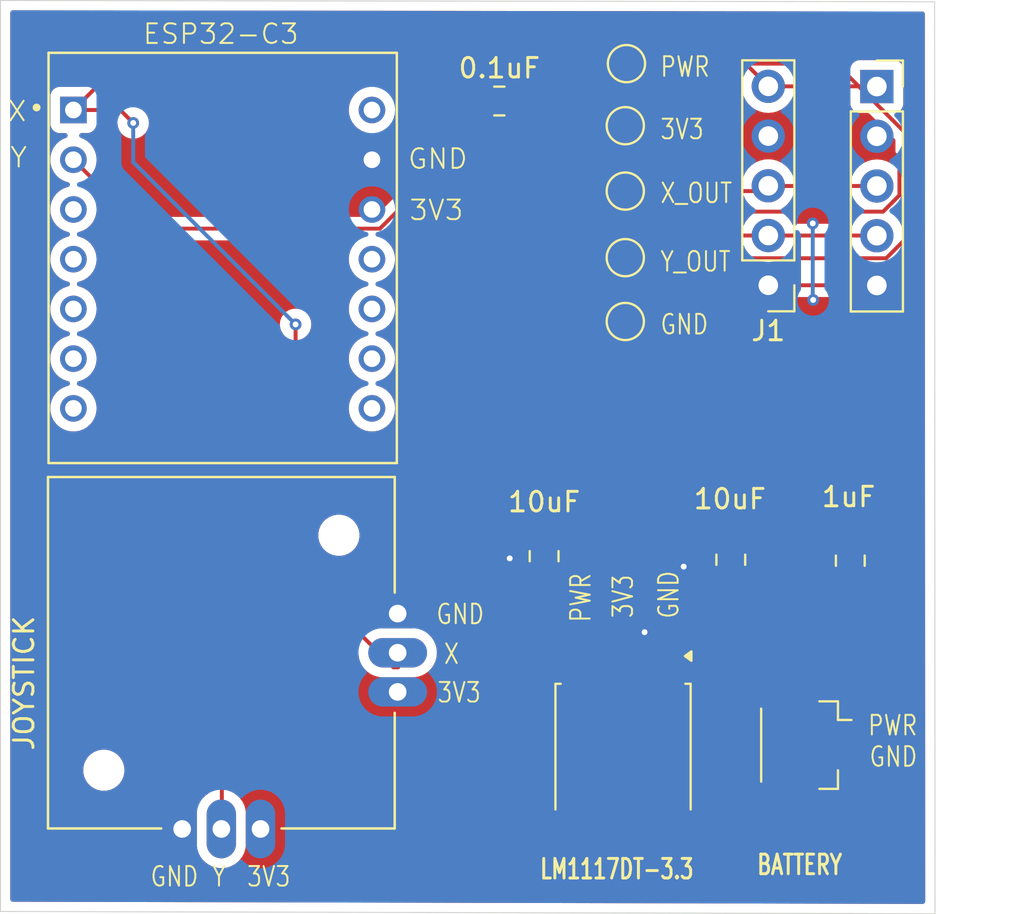
<source format=kicad_pcb>
(kicad_pcb (version 20240108) (generator "pcbnew") (generator_version "8.0")
  (layers (0 "F.Cu" signal) (31 "B.Cu" signal) (34 "B.Paste" user) (35 "F.Paste" user) (36 "B.SilkS" user "B.Silkscreen") (37 "F.SilkS" user "F.Silkscreen") (38 "B.Mask" user) (39 "F.Mask" user) (44 "Edge.Cuts" user))
  (net 0 "")
  (net 1 "/PWR")
  (net 2 "GND")
  (net 3 "/3.3V")
  (net 4 "/Y_OUT")
  (net 5 "/X_OUT")
  (footprint "TestPoint:TestPoint_Pad_D1.5mm" (layer "F.Cu") (at 131.88 80.85)
    (property "Reference" "TP3")
    (property "Value" "GND")
    (fp_circle (center 0 0) (end 0 0.95) (stroke (width 0.12)) (fill none) (layer "F.SilkS"))
    (pad "1" smd circle (at 0 0) (size 1.5 1.5) (layers "F.Cu" "F.Mask") (net 2 "GND"))
  )
  (footprint "Connector_PinHeader_2.54mm:PinHeader_1x05_P2.54mm_Vertical" (layer "F.Cu") (at 139.18 79 180)
    (property "Reference" "J1" (at 0 -2.33 180) (layer "F.SilkS"))
    (property "Value" "Conn_01x05_Pin")
    (fp_line (start 1.33 1.27) (end 1.33 11.49) (stroke (width 0.12)) (layer "F.SilkS"))
    (fp_line (start -1.33 11.49) (end 1.33 11.49) (stroke (width 0.12)) (layer "F.SilkS"))
    (fp_line (start -1.33 1.27) (end 1.33 1.27) (stroke (width 0.12)) (layer "F.SilkS"))
    (fp_line (start -1.33 1.27) (end -1.33 11.49) (stroke (width 0.12)) (layer "F.SilkS"))
    (fp_line (start -1.33 0) (end -1.33 -1.33) (stroke (width 0.12)) (layer "F.SilkS"))
    (fp_line (start -1.33 -1.33) (end 0 -1.33) (stroke (width 0.12)) (layer "F.SilkS"))
    (pad "1" thru_hole rect (at 0 0 180) (size 1.7 1.7) (drill 1) (layers "*.Cu" "*.Mask") (net 2 "GND"))
    (pad "2" thru_hole oval (at 0 2.54 180) (size 1.7 1.7) (drill 1) (layers "*.Cu" "*.Mask") (net 4 "/Y_OUT"))
    (pad "3" thru_hole oval (at 0 5.08 180) (size 1.7 1.7) (drill 1) (layers "*.Cu" "*.Mask") (net 5 "/X_OUT"))
    (pad "4" thru_hole oval (at 0 7.62 180) (size 1.7 1.7) (drill 1) (layers "*.Cu" "*.Mask") (net 3 "/3.3V"))
    (pad "5" thru_hole oval (at 0 10.16 180) (size 1.7 1.7) (drill 1) (layers "*.Cu" "*.Mask") (net 1 "/PWR"))
  )
  (footprint "TestPoint:TestPoint_Pad_D1.5mm" (layer "F.Cu") (at 131.88 70.85)
    (property "Reference" "TP2")
    (property "Value" "3.3V")
    (fp_circle (center 0 0) (end 0 0.95) (stroke (width 0.12)) (fill none) (layer "F.SilkS"))
    (pad "1" smd circle (at 0 0) (size 1.5 1.5) (layers "F.Cu" "F.Mask") (net 3 "/3.3V"))
  )
  (footprint "TestPoint:TestPoint_Pad_D1.5mm" (layer "F.Cu") (at 131.88 77.59)
    (property "Reference" "TP5")
    (property "Value" "Y_OUT")
    (fp_circle (center 0 0) (end 0 0.95) (stroke (width 0.12)) (fill none) (layer "F.SilkS"))
    (pad "1" smd circle (at 0 0) (size 1.5 1.5) (layers "F.Cu" "F.Mask") (net 4 "/Y_OUT"))
  )
  (footprint "TestPoint:TestPoint_Pad_D1.5mm" (layer "F.Cu") (at 131.88 74.19)
    (property "Reference" "TP4")
    (property "Value" "X_OUT")
    (fp_circle (center 0 0) (end 0 0.95) (stroke (width 0.12)) (fill none) (layer "F.SilkS"))
    (pad "1" smd circle (at 0 0) (size 1.5 1.5) (layers "F.Cu" "F.Mask") (net 5 "/X_OUT"))
  )
  (footprint "Capacitor_SMD:C_0805_2012Metric_Pad1.18x1.45mm_HandSolder" (layer "F.Cu") (at 125.45 69.59 180)
    (property "Reference" "C4")
    (property "Value" "0.1uF" (at 0 1.68 180) (layer "F.SilkS"))
    (fp_line (start -0.261252 0.735) (end 0.261252 0.735) (stroke (width 0.12)) (layer "F.SilkS"))
    (fp_line (start -0.261252 -0.735) (end 0.261252 -0.735) (stroke (width 0.12)) (layer "F.SilkS"))
    (pad "1" smd roundrect (at -1.0375 0 180) (size 1.175 1.45) (layers "F.Cu" "F.Paste" "F.Mask") (roundrect_rratio 0.212766) (net 1 "/PWR"))
    (pad "2" smd roundrect (at 1.0375 0 180) (size 1.175 1.45) (layers "F.Cu" "F.Paste" "F.Mask") (roundrect_rratio 0.212766) (net 2 "GND"))
  )
  (footprint "TestPoint:TestPoint_Pad_D1.5mm" (layer "F.Cu") (at 131.94 67.68)
    (property "Reference" "TP1")
    (property "Value" "PWR")
    (fp_circle (center 0 0) (end 0 0.95) (stroke (width 0.12)) (fill none) (layer "F.SilkS"))
    (pad "1" smd circle (at 0 0) (size 1.5 1.5) (layers "F.Cu" "F.Mask") (net 1 "/PWR"))
  )
  (footprint "113991054:MODULE_113991054" (layer "F.Cu") (at 111.3275 77.605)
    (property "Reference" "U2")
    (property "Value" "113991054")
    (fp_line (start -8.89 -10.4775) (end 8.89 -10.4775) (stroke (width 0.127)) (layer "F.SilkS"))
    (fp_line (start -8.89 10.4775) (end -8.89 -10.4775) (stroke (width 0.127)) (layer "F.SilkS"))
    (fp_line (start 8.89 -10.4775) (end 8.89 10.4775) (stroke (width 0.127)) (layer "F.SilkS"))
    (fp_line (start 8.89 10.4775) (end -8.89 10.4775) (stroke (width 0.127)) (layer "F.SilkS"))
    (fp_circle (center -9.5 -7.6835) (end -9.4 -7.6835) (stroke (width 0.2)) (fill none) (layer "F.SilkS"))
    (pad "1" thru_hole rect (at -7.62 -7.5565) (size 1.358 1.358) (drill 0.85) (layers "*.Cu" "*.Mask") (net 5 "/X_OUT"))
    (pad "2" thru_hole circle (at -7.62 -5.0165) (size 1.358 1.358) (drill 0.85) (layers "*.Cu" "*.Mask") (net 4 "/Y_OUT"))
    (pad "3" thru_hole circle (at -7.62 -2.4765) (size 1.358 1.358) (drill 0.85) (layers "*.Cu" "*.Mask"))
    (pad "4" thru_hole circle (at -7.62 0.0635) (size 1.358 1.358) (drill 0.85) (layers "*.Cu" "*.Mask"))
    (pad "5" thru_hole circle (at -7.62 2.6035) (size 1.358 1.358) (drill 0.85) (layers "*.Cu" "*.Mask"))
    (pad "6" thru_hole circle (at -7.62 5.1435) (size 1.358 1.358) (drill 0.85) (layers "*.Cu" "*.Mask"))
    (pad "7" thru_hole circle (at -7.62 7.6835) (size 1.358 1.358) (drill 0.85) (layers "*.Cu" "*.Mask"))
    (pad "8" thru_hole circle (at 7.62 7.6835) (size 1.358 1.358) (drill 0.85) (layers "*.Cu" "*.Mask"))
    (pad "9" thru_hole circle (at 7.62 5.1435) (size 1.358 1.358) (drill 0.85) (layers "*.Cu" "*.Mask"))
    (pad "10" thru_hole circle (at 7.62 2.6035) (size 1.358 1.358) (drill 0.85) (layers "*.Cu" "*.Mask"))
    (pad "11" thru_hole circle (at 7.62 0.0635) (size 1.358 1.358) (drill 0.85) (layers "*.Cu" "*.Mask"))
    (pad "12" thru_hole circle (at 7.62 -2.4765) (size 1.358 1.358) (drill 0.85) (layers "*.Cu" "*.Mask") (net 3 "/3.3V"))
    (pad "13" thru_hole circle (at 7.62 -5.0165) (size 1.358 1.358) (drill 0.85) (layers "*.Cu" "*.Mask") (net 2 "GND"))
    (pad "14" thru_hole circle (at 7.62 -7.5565) (size 1.358 1.358) (drill 0.85) (layers "*.Cu" "*.Mask"))
  )
  (footprint "Connector_Molex:Molex_PicoBlade_53398-0271_1x02-1MP_P1.25mm_Vertical" (layer "F.Cu") (at 141.526 102.4875 -90)
    (property "Reference" "BATTERY" (at 6.1125 0.746 180) (layer "F.SilkS") (effects (font (size 1 0.7))))
    (property "Value" "BATTERY")
    (fp_line (start -1.865 2.71) (end 1.865 2.71) (stroke (width 0.12)) (layer "F.SilkS"))
    (fp_line (start -2.235 -0.26) (end -2.235 -1.21) (stroke (width 0.12)) (layer "F.SilkS"))
    (fp_line (start 2.235 -0.26) (end 2.235 -1.21) (stroke (width 0.12)) (layer "F.SilkS"))
    (fp_line (start -2.235 -1.21) (end -1.285 -1.21) (stroke (width 0.12)) (layer "F.SilkS"))
    (fp_line (start -1.285 -1.21) (end -1.285 -1.9) (stroke (width 0.12)) (layer "F.SilkS"))
    (fp_line (start 2.235 -1.21) (end 1.285 -1.21) (stroke (width 0.12)) (layer "F.SilkS"))
    (pad "1" smd roundrect (at -0.625 -1.25 270) (size 0.8 1.3) (layers "F.Cu" "F.Paste" "F.Mask") (net 1 "/PWR"))
    (pad "2" smd roundrect (at 0.625 -1.25 270) (size 0.8 1.3) (layers "F.Cu" "F.Paste" "F.Mask") (net 2 "GND"))
    (pad "MP" smd roundrect (at -3.175 1.5 270) (size 2.1 3) (layers "F.Cu" "F.Paste" "F.Mask") (roundrect_rratio 0.119048))
    (pad "MP" smd roundrect (at 3.175 1.5 270) (size 2.1 3) (layers "F.Cu" "F.Paste" "F.Mask") (roundrect_rratio 0.119048))
  )
  (footprint "Capacitor_SMD:C_0805_2012Metric_Pad1.18x1.45mm_HandSolder" (layer "F.Cu") (at 137.266 93.02 90)
    (property "Reference" "C3")
    (property "Value" "10uF" (at 3.1 -0.046 0) (layer "F.SilkS"))
    (fp_line (start -0.261252 -0.735) (end 0.261252 -0.735) (stroke (width 0.12)) (layer "F.SilkS"))
    (fp_line (start -0.261252 0.735) (end 0.261252 0.735) (stroke (width 0.12)) (layer "F.SilkS"))
    (pad "1" smd roundrect (at -1.0375 0 90) (size 1.175 1.45) (layers "F.Cu" "F.Paste" "F.Mask") (roundrect_rratio 0.212766) (net 1 "/PWR"))
    (pad "2" smd roundrect (at 1.0375 0 90) (size 1.175 1.45) (layers "F.Cu" "F.Paste" "F.Mask") (roundrect_rratio 0.212766) (net 2 "GND"))
  )
  (footprint "Capacitor_SMD:C_0805_2012Metric_Pad1.18x1.45mm_HandSolder" (layer "F.Cu") (at 127.736 92.8375 90)
    (property "Reference" "C2")
    (property "Value" "10uF" (at 2.7675 0.004 0) (layer "F.SilkS"))
    (fp_line (start -0.261252 -0.735) (end 0.261252 -0.735) (stroke (width 0.12)) (layer "F.SilkS"))
    (fp_line (start -0.261252 0.735) (end 0.261252 0.735) (stroke (width 0.12)) (layer "F.SilkS"))
    (pad "1" smd roundrect (at -1.0375 0 90) (size 1.175 1.45) (layers "F.Cu" "F.Paste" "F.Mask") (roundrect_rratio 0.212766) (net 3 "/3.3V"))
    (pad "2" smd roundrect (at 1.0375 0 90) (size 1.175 1.45) (layers "F.Cu" "F.Paste" "F.Mask") (roundrect_rratio 0.212766) (net 2 "GND"))
  )
  (footprint "Capacitor_SMD:C_0805_2012Metric_Pad1.18x1.45mm_HandSolder" (layer "F.Cu") (at 143.366 93.0675 90)
    (property "Reference" "C1")
    (property "Value" "1uF" (at 3.2575 -0.086 0) (layer "F.SilkS"))
    (fp_line (start -0.261252 -0.735) (end 0.261252 -0.735) (stroke (width 0.12)) (layer "F.SilkS"))
    (fp_line (start -0.261252 0.735) (end 0.261252 0.735) (stroke (width 0.12)) (layer "F.SilkS"))
    (pad "1" smd roundrect (at -1.0375 0 90) (size 1.175 1.45) (layers "F.Cu" "F.Paste" "F.Mask") (roundrect_rratio 0.212766) (net 1 "/PWR"))
    (pad "2" smd roundrect (at 1.0375 0 90) (size 1.175 1.45) (layers "F.Cu" "F.Paste" "F.Mask") (roundrect_rratio 0.212766) (net 2 "GND"))
  )
  (footprint "Package_TO_SOT_SMD:TO-252-3_TabPin2" (layer "F.Cu") (at 131.765 102.665 -90)
    (property "Reference" "U1")
    (property "Value" "LM1117DT-3.3" (at 6.155 0.315 180) (layer "F.SilkS") (effects (font (size 1 0.7))))
    (fp_line (start -3.31 3.45) (end -3.31 3.18) (stroke (width 0.12)) (layer "F.SilkS"))
    (fp_line (start 3.11 3.45) (end -3.31 3.45) (stroke (width 0.12)) (layer "F.SilkS"))
    (fp_line (start -3.31 -3.45) (end -3.31 -3.18) (stroke (width 0.12)) (layer "F.SilkS"))
    (fp_line (start 3.11 -3.45) (end -3.31 -3.45) (stroke (width 0.12)) (layer "F.SilkS"))
    (fp_poly (pts (xy -4.725 -3.16) (xy -4.965 -3.49) (xy -4.485 -3.49) (xy -4.725 -3.16)) (stroke (width 0.12)) (fill solid) (layer "F.SilkS"))
    (pad "1" smd roundrect (at -5.04 -2.28 270) (size 2.2 1.2) (layers "F.Cu" "F.Paste" "F.Mask") (roundrect_rratio 0.208333) (net 2 "GND"))
    (pad "2" smd roundrect (at -5.04 0 270) (size 2.2 1.2) (layers "F.Cu" "F.Paste" "F.Mask") (roundrect_rratio 0.208333) (net 3 "/3.3V"))
    (pad "2" smd roundrect (at -0.415 -1.525 270) (size 3.05 2.75) (layers "F.Cu" "F.Paste") (roundrect_rratio 0.090909) (net 3 "/3.3V"))
    (pad "2" smd roundrect (at -0.415 1.525 270) (size 3.05 2.75) (layers "F.Cu" "F.Paste") (roundrect_rratio 0.090909) (net 3 "/3.3V"))
    (pad "2" smd roundrect (at 1.26 0 270) (size 6.4 5.8) (layers "F.Cu" "F.Mask") (roundrect_rratio 0.043103) (net 3 "/3.3V"))
    (pad "2" smd roundrect (at 2.935 -1.525 270) (size 3.05 2.75) (layers "F.Cu" "F.Paste") (roundrect_rratio 0.090909) (net 3 "/3.3V"))
    (pad "2" smd roundrect (at 2.935 1.525 270) (size 3.05 2.75) (layers "F.Cu" "F.Paste") (roundrect_rratio 0.090909) (net 3 "/3.3V"))
    (pad "3" smd roundrect (at -5.04 2.28 270) (size 2.2 1.2) (layers "F.Cu" "F.Paste" "F.Mask") (roundrect_rratio 0.208333) (net 1 "/PWR"))
  )
  (footprint "Connector_PinSocket_2.54mm:PinSocket_1x05_P2.54mm_Vertical" (layer "F.Cu") (at 144.7225 68.85)
    (property "Reference" "J2")
    (property "Value" "Conn_01x05_Socket")
    (fp_line (start -1.33 1.27) (end -1.33 11.49) (stroke (width 0.12)) (layer "F.SilkS"))
    (fp_line (start -1.33 1.27) (end 1.33 1.27) (stroke (width 0.12)) (layer "F.SilkS"))
    (fp_line (start -1.33 11.49) (end 1.33 11.49) (stroke (width 0.12)) (layer "F.SilkS"))
    (fp_line (start 0 -1.33) (end 1.33 -1.33) (stroke (width 0.12)) (layer "F.SilkS"))
    (fp_line (start 1.33 -1.33) (end 1.33 0) (stroke (width 0.12)) (layer "F.SilkS"))
    (fp_line (start 1.33 1.27) (end 1.33 11.49) (stroke (width 0.12)) (layer "F.SilkS"))
    (pad "1" thru_hole rect (at 0 0) (size 1.7 1.7) (drill 1) (layers "*.Cu" "*.Mask") (net 1 "/PWR"))
    (pad "2" thru_hole oval (at 0 2.54) (size 1.7 1.7) (drill 1) (layers "*.Cu" "*.Mask") (net 3 "/3.3V"))
    (pad "3" thru_hole oval (at 0 5.08) (size 1.7 1.7) (drill 1) (layers "*.Cu" "*.Mask") (net 5 "/X_OUT"))
    (pad "4" thru_hole oval (at 0 7.62) (size 1.7 1.7) (drill 1) (layers "*.Cu" "*.Mask") (net 4 "/Y_OUT"))
    (pad "5" thru_hole oval (at 0 10.16) (size 1.7 1.7) (drill 1) (layers "*.Cu" "*.Mask") (net 2 "GND"))
  )
  (footprint "2765:SW_2765" (layer "F.Cu") (at 111.26 97.77)
    (property "Reference" "JOYSTICK" (at -10.075 1.5525 90) (layer "F.SilkS"))
    (property "Value" "2765")
    (fp_line (start -8.85 -8.975) (end 8.85 -8.975) (stroke (width 0.127)) (layer "F.SilkS"))
    (fp_line (start -8.85 8.975) (end -8.85 -8.975) (stroke (width 0.127)) (layer "F.SilkS"))
    (fp_line (start -3.07 8.975) (end -8.85 8.975) (stroke (width 0.127)) (layer "F.SilkS"))
    (fp_line (start 8.85 -8.975) (end 8.85 -3.07) (stroke (width 0.127)) (layer "F.SilkS"))
    (fp_line (start 8.85 8.975) (end 3.07 8.975) (stroke (width 0.127)) (layer "F.SilkS"))
    (fp_line (start 8.85 8.975) (end 8.85 3.07) (stroke (width 0.127)) (layer "F.SilkS"))
    (pad "" np_thru_hole circle (at -6 6) (size 1.6 1.6) (drill 1.6) (layers "*.Cu" "*.Mask"))
    (pad "" np_thru_hole circle (at 6 -6) (size 1.6 1.6) (drill 1.6) (layers "*.Cu" "*.Mask"))
    (pad "X" thru_hole oval (at 9 0) (size 3 1.5) (drill 0.9) (layers "*.Cu" "*.Mask") (net 5 "/X_OUT"))
    (pad "X+" thru_hole oval (at 9 2) (size 3 1.5) (drill 0.9) (layers "*.Cu" "*.Mask") (net 3 "/3.3V"))
    (pad "X-" thru_hole oval (at 9 -2) (size 3 1.5) (drill 0.9) (layers "*.Cu" "*.Mask") (net 2 "GND"))
    (pad "Y" thru_hole oval (at 0 9) (size 1.5 3) (drill 0.9) (layers "*.Cu" "*.Mask") (net 4 "/Y_OUT"))
    (pad "Y+" thru_hole oval (at 2 9) (size 1.5 3) (drill 0.9) (layers "*.Cu" "*.Mask") (net 3 "/3.3V"))
    (pad "Y-" thru_hole oval (at -2 9) (size 1.5 3) (drill 0.9) (layers "*.Cu" "*.Mask") (net 2 "GND"))
  )
  (gr_line (start 99.985 64.455) (end 147.67 64.52) (stroke (width 0.05)) (layer "Edge.Cuts"))
  (gr_line (start 99.985 110.985) (end 99.985 64.455) (stroke (width 0.05)) (layer "Edge.Cuts"))
  (gr_line (start 147.69 111.1) (end 99.985 110.985) (stroke (width 0.05)) (layer "Edge.Cuts"))
  (gr_line (start 147.67 64.52) (end 147.69 111.1) (stroke (width 0.05)) (layer "Edge.Cuts"))
  (gr_text "PWR" (at 133.61 68.43 0) (layer "F.SilkS") (effects (font (size 1 0.8) (thickness 0.1)) (justify left bottom)))
  (gr_text "3V3" (at 132.35 96.06 90) (layer "F.SilkS") (effects (font (size 1 0.8) (thickness 0.1)) (justify left bottom)))
  (gr_text "GND" (at 120.72 73.13 0) (layer "F.SilkS") (effects (font (size 1 1) (thickness 0.1)) (justify left bottom)))
  (gr_text "ESP32-C3" (at 107.19 66.75 0) (layer "F.SilkS") (effects (font (size 1 1) (thickness 0.1)) (justify left bottom)))
  (gr_text "GND" (at 107.58 109.79 0) (layer "F.SilkS") (effects (font (size 1 0.8) (thickness 0.1)) (justify left bottom)))
  (gr_text "GND" (at 134.68 96.09 90) (layer "F.SilkS") (effects (font (size 1 0.8) (thickness 0.1)) (justify left bottom)))
  (gr_text "Y" (at 100.42 73.06 0) (layer "F.SilkS") (effects (font (size 1 1) (thickness 0.1)) (justify left bottom)))
  (gr_text "3V3" (at 112.51 109.79 0) (layer "F.SilkS") (effects (font (size 1 0.8) (thickness 0.1)) (justify left bottom)))
  (gr_text "3V3" (at 120.79 75.75 0) (layer "F.SilkS") (effects (font (size 1 1) (thickness 0.1)) (justify left bottom)))
  (gr_text "GND" (at 144.28 103.67 0) (layer "F.SilkS") (effects (font (size 1 0.8) (thickness 0.1)) (justify left bottom)))
  (gr_text "3V3" (at 133.61 71.62 0) (layer "F.SilkS") (effects (font (size 1 0.8) (thickness 0.1)) (justify left bottom)))
  (gr_text "X_OUT" (at 133.61 74.88 0) (layer "F.SilkS") (effects (font (size 1 0.8) (thickness 0.1)) (justify left bottom)))
  (gr_text "Y" (at 110.73 109.79 0) (layer "F.SilkS") (effects (font (size 1 0.8) (thickness 0.1)) (justify left bottom)))
  (gr_text "PWR" (at 144.21 102.07 0) (layer "F.SilkS") (effects (font (size 1 0.8) (thickness 0.1)) (justify left bottom)))
  (gr_text "X" (at 100.29 70.7 0) (layer "F.SilkS") (effects (font (size 1 1) (thickness 0.1)) (justify left bottom)))
  (gr_text "GND" (at 133.61 81.59 0) (layer "F.SilkS") (effects (font (size 1 0.8) (thickness 0.1)) (justify left bottom)))
  (gr_text "GND" (at 122.17 96.39 0) (layer "F.SilkS") (effects (font (size 1 0.8) (thickness 0.1)) (justify left bottom)))
  (gr_text "3V3" (at 122.23 100.39 0) (layer "F.SilkS") (effects (font (size 1 0.8) (thickness 0.1)) (justify left bottom)))
  (gr_text "X" (at 122.56 98.42 0) (layer "F.SilkS") (effects (font (size 1 0.8) (thickness 0.1)) (justify left bottom)))
  (gr_text "PWR" (at 130.19 96.28 90) (layer "F.SilkS") (effects (font (size 1 0.8) (thickness 0.1)) (justify left bottom)))
  (gr_text "Y_OUT" (at 133.61 78.38 0) (layer "F.SilkS") (effects (font (size 1 0.8) (thickness 0.1)) (justify left bottom)))
  (segment (start 145.198846 77.62) (end 133.334925 77.62) (width 0.2) (layer "F.Cu") (net 1))
  (segment (start 138.02 67.68) (end 139.18 68.84) (width 0.2) (layer "F.Cu") (net 1))
  (segment (start 144.7125 68.84) (end 144.7225 68.85) (width 0.2) (layer "F.Cu") (net 1))
  (segment (start 127.9185 94.0575) (end 127.736 93.875) (width 0.2) (layer "F.Cu") (net 1))
  (segment (start 139.18 68.84) (end 144.7125 68.84) (width 0.2) (layer "F.Cu") (net 1))
  (segment (start 137.3135 94.105) (end 137.266 94.0575) (width 0.2) (layer "F.Cu") (net 1))
  (segment (start 137.266 94.0575) (end 133.0525 94.0575) (width 0.2) (layer "F.Cu") (net 1))
  (segment (start 143.366 94.105) (end 137.3135 94.105) (width 0.2) (layer "F.Cu") (net 1))
  (segment (start 133.0525 94.0575) (end 129.485 97.625) (width 0.2) (layer "F.Cu") (net 1))
  (segment (start 133.334925 77.62) (end 128.761 82.193925) (width 0.2) (layer "F.Cu") (net 1))
  (segment (start 146.2725 71.313654) (end 146.2725 76.546346) (width 0.2) (layer "F.Cu") (net 1))
  (segment (start 126.4875 69.59) (end 130.03 69.59) (width 0.2) (layer "F.Cu") (net 1))
  (segment (start 142.776 101.8625) (end 143.366 101.2725) (width 0.2) (layer "F.Cu") (net 1))
  (segment (start 130.03 69.59) (end 131.94 67.68) (width 0.2) (layer "F.Cu") (net 1))
  (segment (start 142.638846 67.68) (end 146.2725 71.313654) (width 0.2) (layer "F.Cu") (net 1))
  (segment (start 143.366 101.2725) (end 143.366 94.105) (width 0.2) (layer "F.Cu") (net 1))
  (segment (start 128.761 92.85) (end 127.736 93.875) (width 0.2) (layer "F.Cu") (net 1))
  (segment (start 131.94 67.68) (end 142.638846 67.68) (width 0.2) (layer "F.Cu") (net 1))
  (segment (start 146.2725 76.546346) (end 145.198846 77.62) (width 0.2) (layer "F.Cu") (net 1))
  (segment (start 131.94 67.68) (end 138.02 67.68) (width 0.2) (layer "F.Cu") (net 1))
  (segment (start 128.761 82.193925) (end 128.761 92.85) (width 0.2) (layer "F.Cu") (net 1))
  (segment (start 139.19 79.01) (end 139.18 79) (width 0.2) (layer "F.Cu") (net 2))
  (segment (start 144.7125 79) (end 144.7225 79.01) (width 0.2) (layer "F.Cu") (net 2))
  (segment (start 127.736 91.8) (end 127.13 91.8) (width 0.2) (layer "F.Cu") (net 2))
  (segment (start 127.736 91.764) (end 127.81 91.69) (width 0.2) (layer "F.Cu") (net 2))
  (segment (start 131.88 80.85) (end 137.33 80.85) (width 0.2) (layer "F.Cu") (net 2))
  (segment (start 133.139122 96.719122) (end 134.045 97.625) (width 0.2) (layer "F.Cu") (net 2))
  (segment (start 139.5325 103.1125) (end 142.776 103.1125) (width 0.2) (layer "F.Cu") (net 2))
  (segment (start 134.045 97.625) (end 139.5325 103.1125) (width 0.2) (layer "F.Cu") (net 2))
  (segment (start 137.266 91.9825) (end 136.2475 91.9825) (width 0.2) (layer "F.Cu") (net 2))
  (segment (start 127.13 91.8) (end 125.98 92.95) (width 0.2) (layer "F.Cu") (net 2))
  (segment (start 132.864023 96.719122) (end 133.139122 96.719122) (width 0.2) (layer "F.Cu") (net 2))
  (segment (start 143.3185 91.9825) (end 143.366 92.03) (width 0.2) (layer "F.Cu") (net 2))
  (segment (start 127.736 91.8) (end 127.736 91.764) (width 0.2) (layer "F.Cu") (net 2))
  (segment (start 137.266 91.9825) (end 143.3185 91.9825) (width 0.2) (layer "F.Cu") (net 2))
  (segment (start 137.33 80.85) (end 139.18 79) (width 0.2) (layer "F.Cu") (net 2))
  (segment (start 121.414 72.5885) (end 124.4125 69.59) (width 0.2) (layer "F.Cu") (net 2))
  (segment (start 139.18 79) (end 144.7125 79) (width 0.2) (layer "F.Cu") (net 2))
  (segment (start 118.9475 72.5885) (end 121.414 72.5885) (width 0.2) (layer "F.Cu") (net 2))
  (segment (start 136.2475 91.9825) (end 134.86 93.37) (width 0.2) (layer "F.Cu") (net 2))
  (via (at 134.86 93.37) (size 0.6) (drill 0.3) (layers "F.Cu" "B.Cu") (net 2))
  (via (at 125.98 92.95) (size 0.6) (drill 0.3) (layers "F.Cu" "B.Cu") (net 2))
  (via (at 132.864023 96.719122) (size 0.6) (drill 0.3) (layers "F.Cu" "B.Cu") (net 2))
  (segment (start 134.86 94.71) (end 132.850878 96.719122) (width 0.2) (layer "B.Cu") (net 2))
  (segment (start 132.850878 96.719122) (end 132.864023 96.719122) (width 0.2) (layer "B.Cu") (net 2))
  (segment (start 134.86 93.37) (end 134.86 94.71) (width 0.2) (layer "B.Cu") (net 2))
  (segment (start 125.98 92.95) (end 125.98 93.52) (width 0.2) (layer "B.Cu") (net 2))
  (segment (start 125.98 93.52) (end 125.28 94.22) (width 0.2) (layer "B.Cu") (net 2))
  (segment (start 144.7125 71.38) (end 144.7225 71.39) (width 0.2) (layer "F.Cu") (net 3))
  (segment (start 142.05 75.24) (end 141.45 75.84) (width 0.2) (layer "F.Cu") (net 3))
  (segment (start 139.18 71.38) (end 139.4 71.38) (width 0.2) (layer "F.Cu") (net 3))
  (segment (start 139.4 71.38) (end 139.41 71.39) (width 0.2) (layer "F.Cu") (net 3))
  (segment (start 131.765 97.625) (end 131.765 100.725) (width 0.2) (layer "F.Cu") (net 3))
  (segment (start 142.69 75.24) (end 145.038846 75.24) (width 0.2) (layer "F.Cu") (net 3))
  (segment (start 142.69 75.24) (end 142.05 75.24) (width 0.2) (layer "F.Cu") (net 3))
  (segment (start 141.47 80.64) (end 143.04 82.21) (width 0.2) (layer "F.Cu") (net 3))
  (segment (start 131.765 100.725) (end 130.24 102.25) (width 0.2) (layer "F.Cu") (net 3))
  (segment (start 145.8725 72.54) (end 144.7225 71.39) (width 0.2) (layer "F.Cu") (net 3))
  (segment (start 145.8725 74.406346) (end 145.8725 72.54) (width 0.2) (layer "F.Cu") (net 3))
  (segment (start 118.9475 75.1285) (end 120.116 73.96) (width 0.2) (layer "F.Cu") (net 3))
  (segment (start 138.65 70.85) (end 139.18 71.38) (width 0.2) (layer "F.Cu") (net 3))
  (segment (start 120.116 73.96) (end 128.644314 73.96) (width 0.2) (layer "F.Cu") (net 3))
  (segment (start 141.47 79.75) (end 141.47 80.64) (width 0.2) (layer "F.Cu") (net 3))
  (segment (start 128.644314 73.96) (end 129.924314 75.24) (width 0.2) (layer "F.Cu") (net 3))
  (segment (start 129.924314 75.24) (end 142.69 75.24) (width 0.2) (layer "F.Cu") (net 3))
  (segment (start 145.038846 75.24) (end 145.8725 74.406346) (width 0.2) (layer "F.Cu") (net 3))
  (segment (start 139.18 71.38) (end 144.7125 71.38) (width 0.2) (layer "F.Cu") (net 3))
  (via (at 141.47 79.75) (size 0.6) (drill 0.3) (layers "F.Cu" "B.Cu") (net 3))
  (via (at 141.45 75.84) (size 0.6) (drill 0.3) (layers "F.Cu" "B.Cu") (net 3))
  (segment (start 141.45 79.73) (end 141.47 79.75) (width 0.2) (layer "B.Cu") (net 3))
  (segment (start 141.45 75.84) (end 141.45 79.73) (width 0.2) (layer "B.Cu") (net 3))
  (segment (start 131.708628 77.59) (end 131.88 77.59) (width 0.2) (layer "F.Cu") (net 4))
  (segment (start 133.01 76.46) (end 139.18 76.46) (width 0.2) (layer "F.Cu") (net 4))
  (segment (start 139.18 76.46) (end 144.7125 76.46) (width 0.2) (layer "F.Cu") (net 4))
  (segment (start 131.88 77.59) (end 133.01 76.46) (width 0.2) (layer "F.Cu") (net 4))
  (segment (start 103.7075 72.5885) (end 109.7665 78.6475) (width 0.2) (layer "F.Cu") (net 4))
  (segment (start 107.2265 76.1075) (end 119.353016 76.1075) (width 0.2) (layer "F.Cu") (net 4))
  (segment (start 128.558628 74.44) (end 131.708628 77.59) (width 0.2) (layer "F.Cu") (net 4))
  (segment (start 111.285 80.166) (end 109.7665 78.6475) (width 0.2) (layer "F.Cu") (net 4))
  (segment (start 144.7125 76.46) (end 144.7225 76.47) (width 0.2) (layer "F.Cu") (net 4))
  (segment (start 119.353016 76.1075) (end 121.020516 74.44) (width 0.2) (layer "F.Cu") (net 4))
  (segment (start 109.7665 78.6475) (end 107.2265 76.1075) (width 0.2) (layer "F.Cu") (net 4))
  (segment (start 121.020516 74.44) (end 128.558628 74.44) (width 0.2) (layer "F.Cu") (net 4))
  (segment (start 111.285 107.5175) (end 111.285 80.166) (width 0.2) (layer "F.Cu") (net 4))
  (segment (start 131.88 74.19) (end 138.91 74.19) (width 0.2) (layer "F.Cu") (net 5))
  (segment (start 120.050076 98.5175) (end 115.05 93.517424) (width 0.2) (layer "F.Cu") (net 5))
  (segment (start 125.6 70.35) (end 129.44 74.19) (width 0.2) (layer "F.Cu") (net 5))
  (segment (start 138.91 74.19) (end 139.18 73.92) (width 0.2) (layer "F.Cu") (net 5))
  (segment (start 125.6 69.18) (end 125.6 70.35) (width 0.2) (layer "F.Cu") (net 5))
  (segment (start 139.19 73.93) (end 144.7225 73.93) (width 0.2) (layer "F.Cu") (net 5))
  (segment (start 106.0985 70.0485) (end 103.7075 70.0485) (width 0.2) (layer "F.Cu") (net 5))
  (segment (start 106.76 70.71) (end 106.0985 70.0485) (width 0.2) (layer "F.Cu") (net 5))
  (segment (start 105.191 68.565) (end 124.985 68.565) (width 0.2) (layer "F.Cu") (net 5))
  (segment (start 120.285 98.5175) (end 120.050076 98.5175) (width 0.2) (layer "F.Cu") (net 5))
  (segment (start 124.985 68.565) (end 125.6 69.18) (width 0.2) (layer "F.Cu") (net 5))
  (segment (start 139.18 73.92) (end 139.19 73.93) (width 0.2) (layer "F.Cu") (net 5))
  (segment (start 129.44 74.19) (end 131.88 74.19) (width 0.2) (layer "F.Cu") (net 5))
  (segment (start 103.7075 70.0485) (end 105.191 68.565) (width 0.2) (layer "F.Cu") (net 5))
  (segment (start 115.05 93.517424) (end 115.05 81) (width 0.2) (layer "F.Cu") (net 5))
  (via (at 106.76 70.71) (size 0.6) (drill 0.3) (layers "F.Cu" "B.Cu") (net 5))
  (via (at 115.05 81) (size 0.6) (drill 0.3) (layers "F.Cu" "B.Cu") (net 5))
  (segment (start 115.05 81) (end 106.76 72.71) (width 0.2) (layer "B.Cu") (net 5))
  (segment (start 106.76 72.71) (end 106.76 70.71) (width 0.2) (layer "B.Cu") (net 5))
  (zone (net 3) (net_name "/3.3V") (layer "F.Cu") (priority 1) (connect_pads yes (clearance 0.5)) (min_thickness 0.25) (fill yes (thermal_gap 0.5) (thermal_bridge_width 0.5))
    (polygon (pts (xy 99.99 64.46) (xy 147.42 64.6) (xy 147.47 110.85) (xy 100.04 110.78)))
  )
  (zone (net 2) (net_name "GND") (layer "B.Cu") (connect_pads yes (clearance 0.5)) (min_thickness 0.25) (fill yes (thermal_gap 0.5) (thermal_bridge_width 0.5))
    (polygon (pts (xy 100.08 64.54) (xy 147.42 64.66) (xy 147.47 110.85) (xy 100.04 110.78)))
  )
)
</source>
